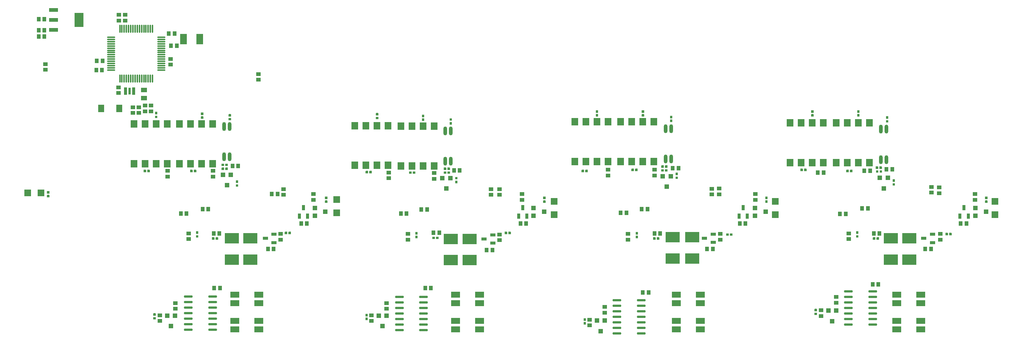
<source format=gtp>
G04*
G04 #@! TF.GenerationSoftware,Altium Limited,Altium Designer,22.1.2 (22)*
G04*
G04 Layer_Color=8421504*
%FSLAX44Y44*%
%MOMM*%
G71*
G04*
G04 #@! TF.SameCoordinates,E8DC7784-5412-4491-ADA6-3D39AB0E1C33*
G04*
G04*
G04 #@! TF.FilePolarity,Positive*
G04*
G01*
G75*
%ADD20O,2.0380X0.5740*%
%ADD21R,1.0000X0.9000*%
%ADD22R,1.1000X1.0000*%
%ADD23R,1.0000X1.1000*%
%ADD24R,0.9000X1.0000*%
%ADD25R,1.6000X1.5000*%
%ADD26R,1.5250X1.7800*%
%ADD27O,0.9000X2.0000*%
%ADD28R,2.0000X1.4000*%
%ADD29R,3.2500X2.3500*%
%ADD30R,1.2500X0.7000*%
%ADD31R,0.7000X1.2500*%
%ADD32R,1.5000X1.6000*%
%ADD33O,2.0000X0.3000*%
%ADD34O,0.3000X2.0000*%
%ADD35R,1.5063X2.3760*%
%ADD36R,1.4700X1.0700*%
%ADD37R,0.6500X1.8000*%
%ADD38R,0.5000X1.6000*%
%ADD39R,1.3500X1.8000*%
%ADD40R,2.1500X0.9000*%
%ADD41R,2.1500X3.2500*%
G36*
X1967390Y701446D02*
Y696440D01*
X1966990Y696040D01*
X1962390D01*
X1961990Y696440D01*
Y701446D01*
X1962390Y701846D01*
X1966990D01*
X1967390Y701446D01*
D02*
G37*
G36*
X1861980D02*
Y696440D01*
X1861580Y696040D01*
X1856980D01*
X1856580Y696440D01*
Y701446D01*
X1856980Y701846D01*
X1861580D01*
X1861980Y701446D01*
D02*
G37*
G36*
X1473360D02*
Y696440D01*
X1472960Y696040D01*
X1468360D01*
X1467960Y696440D01*
Y701446D01*
X1468360Y701846D01*
X1472960D01*
X1473360Y701446D01*
D02*
G37*
G36*
X1367950D02*
Y696440D01*
X1367550Y696040D01*
X1362950D01*
X1362550Y696440D01*
Y701446D01*
X1362950Y701846D01*
X1367550D01*
X1367950Y701446D01*
D02*
G37*
G36*
X357030Y697636D02*
Y692630D01*
X356630Y692230D01*
X352030D01*
X351630Y692630D01*
Y697636D01*
X352030Y698036D01*
X356630D01*
X357030Y697636D01*
D02*
G37*
G36*
X462440Y696366D02*
Y691360D01*
X462040Y690960D01*
X457440D01*
X457040Y691360D01*
Y696366D01*
X457440Y696766D01*
X462040D01*
X462440Y696366D01*
D02*
G37*
G36*
X863760Y695096D02*
Y690090D01*
X863360Y689690D01*
X858760D01*
X858360Y690090D01*
Y695096D01*
X858760Y695496D01*
X863360D01*
X863760Y695096D01*
D02*
G37*
G36*
X1967390Y692940D02*
Y687934D01*
X1966990Y687533D01*
X1962390D01*
X1961990Y687934D01*
Y692940D01*
X1962390Y693340D01*
X1966990D01*
X1967390Y692940D01*
D02*
G37*
G36*
X1861980D02*
Y687934D01*
X1861580Y687533D01*
X1856980D01*
X1856580Y687934D01*
Y692940D01*
X1856980Y693340D01*
X1861580D01*
X1861980Y692940D01*
D02*
G37*
G36*
X1473360D02*
Y687934D01*
X1472960Y687533D01*
X1468360D01*
X1467960Y687934D01*
Y692940D01*
X1468360Y693340D01*
X1472960D01*
X1473360Y692940D01*
D02*
G37*
G36*
X1367950D02*
Y687934D01*
X1367550Y687533D01*
X1362950D01*
X1362550Y687934D01*
Y692940D01*
X1362950Y693340D01*
X1367550D01*
X1367950Y692940D01*
D02*
G37*
G36*
X525940Y692556D02*
Y687550D01*
X525540Y687150D01*
X520940D01*
X520540Y687550D01*
Y692556D01*
X520940Y692956D01*
X525540D01*
X525940Y692556D01*
D02*
G37*
G36*
X969170Y691286D02*
Y686280D01*
X968770Y685880D01*
X964170D01*
X963770Y686280D01*
Y691286D01*
X964170Y691686D01*
X968770D01*
X969170Y691286D01*
D02*
G37*
G36*
X357030Y689130D02*
Y684124D01*
X356630Y683724D01*
X352030D01*
X351630Y684124D01*
Y689130D01*
X352030Y689530D01*
X356630D01*
X357030Y689130D01*
D02*
G37*
G36*
X1538130Y688746D02*
Y683740D01*
X1537730Y683340D01*
X1533130D01*
X1532730Y683740D01*
Y688746D01*
X1533130Y689146D01*
X1537730D01*
X1538130Y688746D01*
D02*
G37*
G36*
X462440Y687860D02*
Y682854D01*
X462040Y682454D01*
X457440D01*
X457040Y682854D01*
Y687860D01*
X457440Y688260D01*
X462040D01*
X462440Y687860D01*
D02*
G37*
G36*
X2033430Y687476D02*
Y682470D01*
X2033030Y682070D01*
X2028430D01*
X2028030Y682470D01*
Y687476D01*
X2028430Y687876D01*
X2033030D01*
X2033430Y687476D01*
D02*
G37*
G36*
X863760Y686590D02*
Y681584D01*
X863360Y681183D01*
X858760D01*
X858360Y681584D01*
Y686590D01*
X858760Y686990D01*
X863360D01*
X863760Y686590D01*
D02*
G37*
G36*
X525940Y684050D02*
Y679044D01*
X525540Y678643D01*
X520940D01*
X520540Y679044D01*
Y684050D01*
X520940Y684450D01*
X525540D01*
X525940Y684050D01*
D02*
G37*
G36*
X1032670Y683148D02*
Y678142D01*
X1032270Y677742D01*
X1027670D01*
X1027270Y678142D01*
Y683148D01*
X1027670Y683548D01*
X1032270D01*
X1032670Y683148D01*
D02*
G37*
G36*
X969170Y682780D02*
Y677774D01*
X968770Y677374D01*
X964170D01*
X963770Y677774D01*
Y682780D01*
X964170Y683180D01*
X968770D01*
X969170Y682780D01*
D02*
G37*
G36*
X1538130Y680240D02*
Y675234D01*
X1537730Y674834D01*
X1533130D01*
X1532730Y675234D01*
Y680240D01*
X1533130Y680640D01*
X1537730D01*
X1538130Y680240D01*
D02*
G37*
G36*
X2033430Y678970D02*
Y673964D01*
X2033030Y673564D01*
X2028430D01*
X2028030Y673964D01*
Y678970D01*
X2028430Y679370D01*
X2033030D01*
X2033430Y678970D01*
D02*
G37*
G36*
X1032670Y674642D02*
Y669635D01*
X1032270Y669235D01*
X1027670D01*
X1027270Y669635D01*
Y674642D01*
X1027670Y675042D01*
X1032270D01*
X1032670Y674642D01*
D02*
G37*
G36*
X518966Y578880D02*
Y574280D01*
X518566Y573880D01*
X513560D01*
X513160Y574280D01*
Y578880D01*
X513560Y579280D01*
X518566D01*
X518966Y578880D01*
D02*
G37*
G36*
X510460D02*
Y574280D01*
X510060Y573880D01*
X505053D01*
X504654Y574280D01*
Y578880D01*
X505053Y579280D01*
X510060D01*
X510460Y578880D01*
D02*
G37*
G36*
X1527376Y575070D02*
Y570470D01*
X1526976Y570070D01*
X1521970D01*
X1521570Y570470D01*
Y575070D01*
X1521970Y575470D01*
X1526976D01*
X1527376Y575070D01*
D02*
G37*
G36*
X1518870D02*
Y570470D01*
X1518470Y570070D01*
X1513463D01*
X1513064Y570470D01*
Y575070D01*
X1513463Y575470D01*
X1518470D01*
X1518870Y575070D01*
D02*
G37*
G36*
X2018866Y572530D02*
Y567930D01*
X2018466Y567530D01*
X2013460D01*
X2013060Y567930D01*
Y572530D01*
X2013460Y572930D01*
X2018466D01*
X2018866Y572530D01*
D02*
G37*
G36*
X2010360D02*
Y567930D01*
X2009960Y567530D01*
X2004953D01*
X2004554Y567930D01*
Y572530D01*
X2004953Y572930D01*
X2009960D01*
X2010360Y572530D01*
D02*
G37*
G36*
X1028266Y569990D02*
Y565390D01*
X1027866Y564990D01*
X1022860D01*
X1022460Y565390D01*
Y569990D01*
X1022860Y570390D01*
X1027866D01*
X1028266Y569990D01*
D02*
G37*
G36*
X1019760D02*
Y565390D01*
X1019360Y564990D01*
X1014353D01*
X1013953Y565390D01*
Y569990D01*
X1014353Y570390D01*
X1019360D01*
X1019760Y569990D01*
D02*
G37*
G36*
X518966D02*
Y565390D01*
X518566Y564990D01*
X513560D01*
X513160Y565390D01*
Y569990D01*
X513560Y570390D01*
X518566D01*
X518966Y569990D01*
D02*
G37*
G36*
X510460D02*
Y565390D01*
X510060Y564990D01*
X505053D01*
X504654Y565390D01*
Y569990D01*
X505053Y570390D01*
X510060D01*
X510460Y569990D01*
D02*
G37*
G36*
X1846116Y567450D02*
Y562850D01*
X1845716Y562450D01*
X1840710D01*
X1840310Y562850D01*
Y567450D01*
X1840710Y567850D01*
X1845716D01*
X1846116Y567450D01*
D02*
G37*
G36*
X1837610D02*
Y562850D01*
X1837210Y562450D01*
X1832204D01*
X1831803Y562850D01*
Y567450D01*
X1832204Y567850D01*
X1837210D01*
X1837610Y567450D01*
D02*
G37*
G36*
X1458766D02*
Y562850D01*
X1458366Y562450D01*
X1453360D01*
X1452960Y562850D01*
Y567450D01*
X1453360Y567850D01*
X1458366D01*
X1458766Y567450D01*
D02*
G37*
G36*
X1450260D02*
Y562850D01*
X1449860Y562450D01*
X1444854D01*
X1444453Y562850D01*
Y567450D01*
X1444854Y567850D01*
X1449860D01*
X1450260Y567450D01*
D02*
G37*
G36*
X1527376Y566180D02*
Y561580D01*
X1526976Y561180D01*
X1521970D01*
X1521570Y561580D01*
Y566180D01*
X1521970Y566580D01*
X1526976D01*
X1527376Y566180D01*
D02*
G37*
G36*
X1518870D02*
Y561580D01*
X1518470Y561180D01*
X1513463D01*
X1513064Y561580D01*
Y566180D01*
X1513463Y566580D01*
X1518470D01*
X1518870Y566180D01*
D02*
G37*
G36*
X1951526Y564910D02*
Y560310D01*
X1951126Y559910D01*
X1946120D01*
X1945720Y560310D01*
Y564910D01*
X1946120Y565310D01*
X1951126D01*
X1951526Y564910D01*
D02*
G37*
G36*
X1943020D02*
Y560310D01*
X1942620Y559910D01*
X1937614D01*
X1937213Y560310D01*
Y564910D01*
X1937614Y565310D01*
X1942620D01*
X1943020Y564910D01*
D02*
G37*
G36*
X1344496D02*
Y560310D01*
X1344096Y559910D01*
X1339090D01*
X1338690Y560310D01*
Y564910D01*
X1339090Y565310D01*
X1344096D01*
X1344496Y564910D01*
D02*
G37*
G36*
X1335990D02*
Y560310D01*
X1335590Y559910D01*
X1330583D01*
X1330184Y560310D01*
Y564910D01*
X1330583Y565310D01*
X1335590D01*
X1335990Y564910D01*
D02*
G37*
G36*
X446576D02*
Y560310D01*
X446176Y559910D01*
X441170D01*
X440770Y560310D01*
Y564910D01*
X441170Y565310D01*
X446176D01*
X446576Y564910D01*
D02*
G37*
G36*
X438070D02*
Y560310D01*
X437670Y559910D01*
X432663D01*
X432263Y560310D01*
Y564910D01*
X432663Y565310D01*
X437670D01*
X438070Y564910D01*
D02*
G37*
G36*
X339896D02*
Y560310D01*
X339496Y559910D01*
X334490D01*
X334090Y560310D01*
Y564910D01*
X334490Y565310D01*
X339496D01*
X339896Y564910D01*
D02*
G37*
G36*
X331390D02*
Y560310D01*
X330990Y559910D01*
X325984D01*
X325583Y560310D01*
Y564910D01*
X325984Y565310D01*
X330990D01*
X331390Y564910D01*
D02*
G37*
G36*
X2019384Y563640D02*
Y559040D01*
X2018985Y558640D01*
X2013978D01*
X2013578Y559040D01*
Y563640D01*
X2013978Y564040D01*
X2018985D01*
X2019384Y563640D01*
D02*
G37*
G36*
X2010878D02*
Y559040D01*
X2010478Y558640D01*
X2005472D01*
X2005072Y559040D01*
Y563640D01*
X2005472Y564040D01*
X2010478D01*
X2010878Y563640D01*
D02*
G37*
G36*
X849166Y562370D02*
Y557770D01*
X848766Y557370D01*
X843760D01*
X843360Y557770D01*
Y562370D01*
X843760Y562770D01*
X848766D01*
X849166Y562370D01*
D02*
G37*
G36*
X840660D02*
Y557770D01*
X840260Y557370D01*
X835254D01*
X834854Y557770D01*
Y562370D01*
X835254Y562770D01*
X840260D01*
X840660Y562370D01*
D02*
G37*
G36*
X1028266Y561100D02*
Y556500D01*
X1027866Y556100D01*
X1022860D01*
X1022460Y556500D01*
Y561100D01*
X1022860Y561500D01*
X1027866D01*
X1028266Y561100D01*
D02*
G37*
G36*
X1019760D02*
Y556500D01*
X1019360Y556100D01*
X1014353D01*
X1013953Y556500D01*
Y561100D01*
X1014353Y561500D01*
X1019360D01*
X1019760Y561100D01*
D02*
G37*
G36*
X948745D02*
Y556500D01*
X948344Y556100D01*
X943338D01*
X942938Y556500D01*
Y561100D01*
X943338Y561500D01*
X948344D01*
X948745Y561100D01*
D02*
G37*
G36*
X940238D02*
Y556500D01*
X939838Y556100D01*
X934832D01*
X934432Y556500D01*
Y561100D01*
X934832Y561500D01*
X939838D01*
X940238Y561100D01*
D02*
G37*
G36*
X1550860Y557936D02*
Y552930D01*
X1550460Y552530D01*
X1545860D01*
X1545460Y552930D01*
Y557936D01*
X1545860Y558336D01*
X1550460D01*
X1550860Y557936D01*
D02*
G37*
G36*
Y549430D02*
Y544424D01*
X1550460Y544024D01*
X1545860D01*
X1545460Y544424D01*
Y549430D01*
X1545860Y549830D01*
X1550460D01*
X1550860Y549430D01*
D02*
G37*
G36*
X1045400Y548528D02*
Y543522D01*
X1045000Y543122D01*
X1040400D01*
X1040000Y543522D01*
Y548528D01*
X1040400Y548928D01*
X1045000D01*
X1045400Y548528D01*
D02*
G37*
G36*
X2048700Y542696D02*
Y537690D01*
X2048300Y537290D01*
X2043700D01*
X2043300Y537690D01*
Y542696D01*
X2043700Y543096D01*
X2048300D01*
X2048700Y542696D01*
D02*
G37*
G36*
X542450Y540156D02*
Y535150D01*
X542050Y534750D01*
X537450D01*
X537050Y535150D01*
Y540156D01*
X537450Y540556D01*
X542050D01*
X542450Y540156D01*
D02*
G37*
G36*
X1045400Y540022D02*
Y535015D01*
X1045000Y534615D01*
X1040400D01*
X1040000Y535015D01*
Y540022D01*
X1040400Y540422D01*
X1045000D01*
X1045400Y540022D01*
D02*
G37*
G36*
X2048700Y534190D02*
Y529184D01*
X2048300Y528783D01*
X2043700D01*
X2043300Y529184D01*
Y534190D01*
X2043700Y534590D01*
X2048300D01*
X2048700Y534190D01*
D02*
G37*
G36*
X542450Y531650D02*
Y526644D01*
X542050Y526244D01*
X537450D01*
X537050Y526644D01*
Y531650D01*
X537450Y532050D01*
X542050D01*
X542450Y531650D01*
D02*
G37*
G36*
X109380Y516026D02*
Y511020D01*
X108980Y510620D01*
X104380D01*
X103980Y511020D01*
Y516026D01*
X104380Y516426D01*
X108980D01*
X109380Y516026D01*
D02*
G37*
G36*
Y507520D02*
Y502514D01*
X108980Y502113D01*
X104380D01*
X103980Y502514D01*
Y507520D01*
X104380Y507920D01*
X108980D01*
X109380Y507520D01*
D02*
G37*
G36*
X2260760Y503326D02*
Y498320D01*
X2260360Y497920D01*
X2255760D01*
X2255360Y498320D01*
Y503326D01*
X2255760Y503726D01*
X2260360D01*
X2260760Y503326D01*
D02*
G37*
G36*
X1756570D02*
Y498320D01*
X1756170Y497920D01*
X1751570D01*
X1751170Y498320D01*
Y503326D01*
X1751570Y503726D01*
X1756170D01*
X1756570Y503326D01*
D02*
G37*
G36*
X1247300D02*
Y498320D01*
X1246900Y497920D01*
X1242300D01*
X1241900Y498320D01*
Y503326D01*
X1242300Y503726D01*
X1246900D01*
X1247300Y503326D01*
D02*
G37*
G36*
X746920D02*
Y498320D01*
X746520Y497920D01*
X741920D01*
X741520Y498320D01*
Y503326D01*
X741920Y503726D01*
X746520D01*
X746920Y503326D01*
D02*
G37*
G36*
X2260760Y494820D02*
Y489814D01*
X2260360Y489414D01*
X2255760D01*
X2255360Y489814D01*
Y494820D01*
X2255760Y495220D01*
X2260360D01*
X2260760Y494820D01*
D02*
G37*
G36*
X1756570D02*
Y489814D01*
X1756170Y489414D01*
X1751570D01*
X1751170Y489814D01*
Y494820D01*
X1751570Y495220D01*
X1756170D01*
X1756570Y494820D01*
D02*
G37*
G36*
X1247300D02*
Y489814D01*
X1246900Y489414D01*
X1242300D01*
X1241900Y489814D01*
Y494820D01*
X1242300Y495220D01*
X1246900D01*
X1247300Y494820D01*
D02*
G37*
G36*
X746920D02*
Y489814D01*
X746520Y489414D01*
X741920D01*
X741520Y489814D01*
Y494820D01*
X741920Y495220D01*
X746520D01*
X746920Y494820D01*
D02*
G37*
G36*
X1964850Y423316D02*
Y418310D01*
X1964450Y417910D01*
X1959850D01*
X1959450Y418310D01*
Y423316D01*
X1959850Y423717D01*
X1964450D01*
X1964850Y423316D01*
D02*
G37*
G36*
X451010D02*
Y418310D01*
X450610Y417910D01*
X446010D01*
X445610Y418310D01*
Y423316D01*
X446010Y423717D01*
X450610D01*
X451010Y423316D01*
D02*
G37*
G36*
X1167966Y422670D02*
Y418070D01*
X1167566Y417670D01*
X1162560D01*
X1162160Y418070D01*
Y422670D01*
X1162560Y423070D01*
X1167566D01*
X1167966Y422670D01*
D02*
G37*
G36*
X1159460D02*
Y418070D01*
X1159060Y417670D01*
X1154053D01*
X1153653Y418070D01*
Y422670D01*
X1154053Y423070D01*
X1159060D01*
X1159460Y422670D01*
D02*
G37*
G36*
X663746D02*
Y418070D01*
X663346Y417670D01*
X658340D01*
X657940Y418070D01*
Y422670D01*
X658340Y423070D01*
X663346D01*
X663746Y422670D01*
D02*
G37*
G36*
X655240D02*
Y418070D01*
X654840Y417670D01*
X649834D01*
X649434Y418070D01*
Y422670D01*
X649834Y423070D01*
X654840D01*
X655240Y422670D01*
D02*
G37*
G36*
X1459390Y422046D02*
Y417040D01*
X1458990Y416640D01*
X1454390D01*
X1453990Y417040D01*
Y422046D01*
X1454390Y422446D01*
X1458990D01*
X1459390Y422046D01*
D02*
G37*
G36*
X953930D02*
Y417040D01*
X953530Y416640D01*
X948930D01*
X948530Y417040D01*
Y422046D01*
X948930Y422446D01*
X953530D01*
X953930Y422046D01*
D02*
G37*
G36*
X2178886Y420130D02*
Y415530D01*
X2178486Y415130D01*
X2173480D01*
X2173080Y415530D01*
Y420130D01*
X2173480Y420530D01*
X2178486D01*
X2178886Y420130D01*
D02*
G37*
G36*
X2170380D02*
Y415530D01*
X2169980Y415130D01*
X2164973D01*
X2164574Y415530D01*
Y420130D01*
X2164973Y420530D01*
X2169980D01*
X2170380Y420130D01*
D02*
G37*
G36*
X1675936Y418860D02*
Y414260D01*
X1675536Y413860D01*
X1670530D01*
X1670130Y414260D01*
Y418860D01*
X1670530Y419260D01*
X1675536D01*
X1675936Y418860D01*
D02*
G37*
G36*
X1667430D02*
Y414260D01*
X1667030Y413860D01*
X1662023D01*
X1661624Y414260D01*
Y418860D01*
X1662023Y419260D01*
X1667030D01*
X1667430Y418860D01*
D02*
G37*
G36*
X1964850Y414810D02*
Y409804D01*
X1964450Y409403D01*
X1959850D01*
X1959450Y409804D01*
Y414810D01*
X1959850Y415210D01*
X1964450D01*
X1964850Y414810D01*
D02*
G37*
G36*
X451010D02*
Y409804D01*
X450610Y409403D01*
X446010D01*
X445610Y409804D01*
Y414810D01*
X446010Y415210D01*
X450610D01*
X451010Y414810D01*
D02*
G37*
G36*
X1459390Y413540D02*
Y408534D01*
X1458990Y408134D01*
X1454390D01*
X1453990Y408534D01*
Y413540D01*
X1454390Y413940D01*
X1458990D01*
X1459390Y413540D01*
D02*
G37*
G36*
X953930D02*
Y408534D01*
X953530Y408134D01*
X948930D01*
X948530Y408534D01*
Y413540D01*
X948930Y413940D01*
X953530D01*
X953930Y413540D01*
D02*
G37*
G36*
X1002318Y411240D02*
Y406640D01*
X1001918Y406240D01*
X996912D01*
X996512Y406640D01*
Y411240D01*
X996912Y411640D01*
X1001918D01*
X1002318Y411240D01*
D02*
G37*
G36*
X993812D02*
Y406640D01*
X993412Y406240D01*
X988405D01*
X988005Y406640D01*
Y411240D01*
X988405Y411640D01*
X993412D01*
X993812Y411240D01*
D02*
G37*
G36*
X2012486Y409970D02*
Y405370D01*
X2012086Y404970D01*
X2007080D01*
X2006680Y405370D01*
Y409970D01*
X2007080Y410370D01*
X2012086D01*
X2012486Y409970D01*
D02*
G37*
G36*
X2003980D02*
Y405370D01*
X2003580Y404970D01*
X1998573D01*
X1998174Y405370D01*
Y409970D01*
X1998573Y410370D01*
X2003580D01*
X2003980Y409970D01*
D02*
G37*
G36*
X1508296D02*
Y405370D01*
X1507896Y404970D01*
X1502890D01*
X1502490Y405370D01*
Y409970D01*
X1502890Y410370D01*
X1507896D01*
X1508296Y409970D01*
D02*
G37*
G36*
X1499790D02*
Y405370D01*
X1499390Y404970D01*
X1494384D01*
X1493983Y405370D01*
Y409970D01*
X1494384Y410370D01*
X1499390D01*
X1499790Y409970D01*
D02*
G37*
G36*
X496625D02*
Y405370D01*
X496225Y404970D01*
X491218D01*
X490818Y405370D01*
Y409970D01*
X491218Y410370D01*
X496225D01*
X496625Y409970D01*
D02*
G37*
G36*
X488118D02*
Y405370D01*
X487718Y404970D01*
X482712D01*
X482312Y405370D01*
Y409970D01*
X482712Y410370D01*
X487718D01*
X488118Y409970D01*
D02*
G37*
G36*
X1869630Y245516D02*
Y240510D01*
X1869230Y240110D01*
X1864630D01*
X1864230Y240510D01*
Y245516D01*
X1864630Y245916D01*
X1869230D01*
X1869630Y245516D01*
D02*
G37*
G36*
Y237010D02*
Y232004D01*
X1869230Y231604D01*
X1864630D01*
X1864230Y232004D01*
Y237010D01*
X1864630Y237410D01*
X1869230D01*
X1869630Y237010D01*
D02*
G37*
G36*
X353220Y235356D02*
Y230350D01*
X352820Y229950D01*
X348220D01*
X347820Y230350D01*
Y235356D01*
X348220Y235756D01*
X352820D01*
X353220Y235356D01*
D02*
G37*
G36*
X839660Y234086D02*
Y229080D01*
X839260Y228680D01*
X834660D01*
X834260Y229080D01*
Y234086D01*
X834660Y234486D01*
X839260D01*
X839660Y234086D01*
D02*
G37*
G36*
X353220Y226850D02*
Y221844D01*
X352820Y221444D01*
X348220D01*
X347820Y221844D01*
Y226850D01*
X348220Y227250D01*
X352820D01*
X353220Y226850D01*
D02*
G37*
G36*
X839660Y225580D02*
Y220574D01*
X839260Y220173D01*
X834660D01*
X834260Y220574D01*
Y225580D01*
X834660Y225980D01*
X839260D01*
X839660Y225580D01*
D02*
G37*
G36*
X1340010Y223926D02*
Y218920D01*
X1339610Y218520D01*
X1335010D01*
X1334610Y218920D01*
Y223926D01*
X1335010Y224326D01*
X1339610D01*
X1340010Y223926D01*
D02*
G37*
G36*
Y215420D02*
Y210414D01*
X1339610Y210014D01*
X1335010D01*
X1334610Y210414D01*
Y215420D01*
X1335010Y215820D01*
X1339610D01*
X1340010Y215420D01*
D02*
G37*
D20*
X1997461Y209550D02*
D03*
Y222250D02*
D03*
Y234950D02*
D03*
Y247650D02*
D03*
Y260350D02*
D03*
Y273050D02*
D03*
Y285750D02*
D03*
X1942079Y209550D02*
D03*
Y222250D02*
D03*
Y234950D02*
D03*
Y247650D02*
D03*
Y260350D02*
D03*
Y273050D02*
D03*
Y285750D02*
D03*
X1466601Y189230D02*
D03*
Y201930D02*
D03*
Y214630D02*
D03*
Y227330D02*
D03*
Y240030D02*
D03*
Y252730D02*
D03*
Y265430D02*
D03*
X1411219Y189230D02*
D03*
Y201930D02*
D03*
Y214630D02*
D03*
Y227330D02*
D03*
Y240030D02*
D03*
Y252730D02*
D03*
Y265430D02*
D03*
X967491Y196850D02*
D03*
Y209550D02*
D03*
Y222250D02*
D03*
Y234950D02*
D03*
Y247650D02*
D03*
Y260350D02*
D03*
Y273050D02*
D03*
X912109Y196850D02*
D03*
Y209550D02*
D03*
Y222250D02*
D03*
Y234950D02*
D03*
Y247650D02*
D03*
Y260350D02*
D03*
Y273050D02*
D03*
X428239Y274320D02*
D03*
Y261620D02*
D03*
Y248920D02*
D03*
Y236220D02*
D03*
Y223520D02*
D03*
Y210820D02*
D03*
Y198120D02*
D03*
X483621Y274320D02*
D03*
Y261620D02*
D03*
Y248920D02*
D03*
Y236220D02*
D03*
Y223520D02*
D03*
Y210820D02*
D03*
Y198120D02*
D03*
D21*
X932180Y404980D02*
D03*
Y417980D02*
D03*
X1436370Y404980D02*
D03*
Y417980D02*
D03*
X1879630Y229720D02*
D03*
Y242720D02*
D03*
X1943100Y406250D02*
D03*
Y419250D02*
D03*
X2152680Y404980D02*
D03*
Y417980D02*
D03*
X2232660Y509420D02*
D03*
Y496420D02*
D03*
X2150140Y524660D02*
D03*
Y511660D02*
D03*
X2132360Y525930D02*
D03*
Y512930D02*
D03*
X646460Y520850D02*
D03*
Y507850D02*
D03*
X1141760Y520850D02*
D03*
Y507850D02*
D03*
X1122680Y520850D02*
D03*
Y507850D02*
D03*
X1645950Y522120D02*
D03*
Y509120D02*
D03*
X1628396Y521750D02*
D03*
Y508750D02*
D03*
X1390650Y552300D02*
D03*
Y565300D02*
D03*
X1497330Y552300D02*
D03*
Y565300D02*
D03*
X1648490Y404980D02*
D03*
Y417980D02*
D03*
X1383030Y237340D02*
D03*
Y250340D02*
D03*
X1348740Y208130D02*
D03*
Y221130D02*
D03*
X1141760Y403710D02*
D03*
Y416710D02*
D03*
X882650Y246230D02*
D03*
Y259230D02*
D03*
X848390Y218290D02*
D03*
Y231290D02*
D03*
X381000Y549760D02*
D03*
Y562760D02*
D03*
X485140Y549610D02*
D03*
Y562610D02*
D03*
X429260Y406250D02*
D03*
Y419250D02*
D03*
X398780Y246230D02*
D03*
Y259230D02*
D03*
X363220Y218290D02*
D03*
Y231290D02*
D03*
X715010Y509420D02*
D03*
Y496420D02*
D03*
X887730Y545800D02*
D03*
Y558800D02*
D03*
X991870Y544680D02*
D03*
Y557680D02*
D03*
X589280Y772010D02*
D03*
Y785010D02*
D03*
X283210Y920900D02*
D03*
Y907900D02*
D03*
X269240Y920900D02*
D03*
Y907900D02*
D03*
X328930Y699620D02*
D03*
Y712620D02*
D03*
X387380Y819450D02*
D03*
Y806450D02*
D03*
X314960Y695660D02*
D03*
Y708660D02*
D03*
X300990Y708810D02*
D03*
Y695810D02*
D03*
X267970Y741530D02*
D03*
Y754530D02*
D03*
X342900Y699470D02*
D03*
Y712470D02*
D03*
X100330Y807870D02*
D03*
Y794870D02*
D03*
X640080Y417980D02*
D03*
Y404980D02*
D03*
X1193800Y496420D02*
D03*
Y509420D02*
D03*
X1728470Y496420D02*
D03*
Y509420D02*
D03*
X1913890Y273200D02*
D03*
Y260200D02*
D03*
D22*
X1914000Y241870D02*
D03*
X1896000D02*
D03*
X1905000Y217870D02*
D03*
X2032140Y546670D02*
D03*
X2014140D02*
D03*
X2023140Y522670D02*
D03*
X1374140Y195010D02*
D03*
X1365140Y219010D02*
D03*
X1383140D02*
D03*
X1525300Y526480D02*
D03*
X1516300Y550480D02*
D03*
X1534300D02*
D03*
X882760Y230440D02*
D03*
X864760D02*
D03*
X873760Y206440D02*
D03*
X1028950Y546100D02*
D03*
X1010950D02*
D03*
X1019950Y522100D02*
D03*
X388620Y206440D02*
D03*
X379620Y230440D02*
D03*
X397620D02*
D03*
X516780Y529720D02*
D03*
X507780Y553720D02*
D03*
X525780D02*
D03*
D23*
X2257360Y468630D02*
D03*
X2233360Y459630D02*
D03*
Y477630D02*
D03*
X1727900D02*
D03*
Y459630D02*
D03*
X1751900Y468630D02*
D03*
X1243900D02*
D03*
X1219900Y459630D02*
D03*
Y477630D02*
D03*
X718250D02*
D03*
Y459630D02*
D03*
X742250Y468630D02*
D03*
D24*
X1871860Y558800D02*
D03*
X1884860D02*
D03*
X1510180Y419100D02*
D03*
X1497180D02*
D03*
X2013100D02*
D03*
X2000100D02*
D03*
X2118240Y383540D02*
D03*
X2131240D02*
D03*
X2199490Y441960D02*
D03*
X2212490D02*
D03*
X2042310Y566420D02*
D03*
X2029310D02*
D03*
X1922660Y463550D02*
D03*
X1935660D02*
D03*
X1973460Y476250D02*
D03*
X1986460D02*
D03*
X1978540Y562610D02*
D03*
X1991540D02*
D03*
X619610Y509270D02*
D03*
X632610D02*
D03*
X1419740Y466090D02*
D03*
X1432740D02*
D03*
X1468000Y474980D02*
D03*
X1481000D02*
D03*
X1705760Y441960D02*
D03*
X1692760D02*
D03*
X1617860Y383540D02*
D03*
X1630860D02*
D03*
X1483510Y283210D02*
D03*
X1470510D02*
D03*
X1202840Y441960D02*
D03*
X1189840D02*
D03*
X1112400Y381000D02*
D03*
X1125400D02*
D03*
X984400Y293370D02*
D03*
X971400D02*
D03*
X1003450Y420370D02*
D03*
X990450D02*
D03*
X542440Y574040D02*
D03*
X529440D02*
D03*
X473860Y474980D02*
D03*
X460860D02*
D03*
X699920Y441960D02*
D03*
X686920D02*
D03*
X610750Y383540D02*
D03*
X623750D02*
D03*
X499260Y419100D02*
D03*
X486260D02*
D03*
X500530Y293370D02*
D03*
X487530D02*
D03*
X915550Y464820D02*
D03*
X928550D02*
D03*
X962690Y473710D02*
D03*
X975690D02*
D03*
X1050440Y563880D02*
D03*
X1037440D02*
D03*
X396390Y877570D02*
D03*
X383390D02*
D03*
X388470Y849630D02*
D03*
X401470D02*
D03*
X231290Y815340D02*
D03*
X218290D02*
D03*
X217020Y793750D02*
D03*
X230020D02*
D03*
X84940Y910590D02*
D03*
X97940D02*
D03*
X84940Y885190D02*
D03*
X97940D02*
D03*
X84940Y871220D02*
D03*
X97940D02*
D03*
X424180Y464820D02*
D03*
X411180D02*
D03*
X1539120Y568960D02*
D03*
X1552120D02*
D03*
X1997590Y302260D02*
D03*
X2010590D02*
D03*
D25*
X1774190Y462280D02*
D03*
Y492760D02*
D03*
X2278380Y462280D02*
D03*
Y492760D02*
D03*
X768350Y466090D02*
D03*
Y496570D02*
D03*
X1267460Y462280D02*
D03*
Y492760D02*
D03*
D26*
X1990090Y672831D02*
D03*
X1964690D02*
D03*
X1939290D02*
D03*
X1913890D02*
D03*
X1990090Y581929D02*
D03*
X1964690D02*
D03*
X1939290D02*
D03*
X1913890D02*
D03*
X1808480D02*
D03*
X1833880D02*
D03*
X1859280D02*
D03*
X1884680D02*
D03*
X1808480Y672831D02*
D03*
X1833880D02*
D03*
X1859280D02*
D03*
X1884680D02*
D03*
X1496060Y675371D02*
D03*
X1470660D02*
D03*
X1445260D02*
D03*
X1419860D02*
D03*
X1496060Y584469D02*
D03*
X1470660D02*
D03*
X1445260D02*
D03*
X1419860D02*
D03*
X991870Y665211D02*
D03*
X966470D02*
D03*
X941070D02*
D03*
X915670D02*
D03*
X991870Y574309D02*
D03*
X966470D02*
D03*
X941070D02*
D03*
X915670D02*
D03*
X886460Y666481D02*
D03*
X861060D02*
D03*
X835660D02*
D03*
X810260D02*
D03*
X886460Y575579D02*
D03*
X861060D02*
D03*
X835660D02*
D03*
X810260D02*
D03*
X483870Y670291D02*
D03*
X458470D02*
D03*
X433070D02*
D03*
X407670D02*
D03*
X483870Y579389D02*
D03*
X458470D02*
D03*
X433070D02*
D03*
X407670D02*
D03*
X379730Y670291D02*
D03*
X354330D02*
D03*
X328930D02*
D03*
X303530D02*
D03*
X379730Y579389D02*
D03*
X354330D02*
D03*
X328930D02*
D03*
X303530D02*
D03*
X1314450Y584469D02*
D03*
X1339850D02*
D03*
X1365250D02*
D03*
X1390650D02*
D03*
X1314450Y675371D02*
D03*
X1339850D02*
D03*
X1365250D02*
D03*
X1390650D02*
D03*
D27*
X1535430Y589840D02*
D03*
X1522730D02*
D03*
Y659840D02*
D03*
X1535430D02*
D03*
X1029970Y584760D02*
D03*
X1017270D02*
D03*
Y654760D02*
D03*
X1029970D02*
D03*
X523240Y594920D02*
D03*
X510540D02*
D03*
Y664920D02*
D03*
X523240D02*
D03*
X2029460Y658570D02*
D03*
X2016760D02*
D03*
Y588570D02*
D03*
X2029460D02*
D03*
D28*
X2052760Y278760D02*
D03*
Y258760D02*
D03*
Y218760D02*
D03*
Y198760D02*
D03*
X2107759D02*
D03*
Y218760D02*
D03*
Y258760D02*
D03*
Y278760D02*
D03*
X1602299D02*
D03*
Y258760D02*
D03*
Y218760D02*
D03*
Y198760D02*
D03*
X1547300D02*
D03*
Y218760D02*
D03*
Y258760D02*
D03*
Y278760D02*
D03*
X1041400D02*
D03*
Y258760D02*
D03*
Y218760D02*
D03*
Y198760D02*
D03*
X1096399D02*
D03*
Y218760D02*
D03*
Y258760D02*
D03*
Y278760D02*
D03*
X590109D02*
D03*
Y258760D02*
D03*
Y218760D02*
D03*
Y198760D02*
D03*
X535110D02*
D03*
Y218760D02*
D03*
Y258760D02*
D03*
Y278760D02*
D03*
D29*
X2039620Y407790D02*
D03*
Y359290D02*
D03*
X2081530Y407790D02*
D03*
Y359290D02*
D03*
X1583690Y410330D02*
D03*
Y361830D02*
D03*
X1539240Y410330D02*
D03*
Y361830D02*
D03*
X1073150Y406520D02*
D03*
Y358020D02*
D03*
X1029970Y406520D02*
D03*
Y358020D02*
D03*
X570230Y407790D02*
D03*
Y359290D02*
D03*
X528320Y407790D02*
D03*
Y359290D02*
D03*
D30*
X2114740Y407670D02*
D03*
X2134740Y417170D02*
D03*
Y398170D02*
D03*
X1106330Y406400D02*
D03*
X1126330Y415900D02*
D03*
Y396900D02*
D03*
X604680Y407670D02*
D03*
X624680Y417170D02*
D03*
Y398170D02*
D03*
X1631980Y398780D02*
D03*
Y417779D02*
D03*
X1611980Y408280D02*
D03*
D31*
X2197760Y458630D02*
D03*
X2216760D02*
D03*
X2207260Y478629D02*
D03*
X1185570Y458630D02*
D03*
X1204570D02*
D03*
X1195070Y478629D02*
D03*
X682650Y458630D02*
D03*
X701650D02*
D03*
X692150Y478629D02*
D03*
X1700530D02*
D03*
X1710030Y458630D02*
D03*
X1691030D02*
D03*
D32*
X59690Y511810D02*
D03*
X90170D02*
D03*
D33*
X251111Y794349D02*
D03*
Y799351D02*
D03*
Y804349D02*
D03*
Y809351D02*
D03*
Y814349D02*
D03*
Y819351D02*
D03*
Y824349D02*
D03*
Y829351D02*
D03*
Y834349D02*
D03*
Y839351D02*
D03*
Y844349D02*
D03*
Y849351D02*
D03*
Y854349D02*
D03*
Y859351D02*
D03*
Y864349D02*
D03*
Y869351D02*
D03*
X366109D02*
D03*
Y864349D02*
D03*
Y859351D02*
D03*
Y854349D02*
D03*
Y849351D02*
D03*
Y844349D02*
D03*
Y839351D02*
D03*
Y834349D02*
D03*
Y829351D02*
D03*
Y824349D02*
D03*
Y819351D02*
D03*
Y814349D02*
D03*
Y809351D02*
D03*
Y804349D02*
D03*
Y799351D02*
D03*
Y794349D02*
D03*
D34*
X271109Y889349D02*
D03*
X276111D02*
D03*
X281109D02*
D03*
X286111D02*
D03*
X291109D02*
D03*
X296111D02*
D03*
X301109D02*
D03*
X306111D02*
D03*
X311109D02*
D03*
X316111D02*
D03*
X321109D02*
D03*
X326110D02*
D03*
X331109D02*
D03*
X336110D02*
D03*
X341109D02*
D03*
X346110D02*
D03*
Y774351D02*
D03*
X341109D02*
D03*
X336110D02*
D03*
X331109D02*
D03*
X326110D02*
D03*
X321109D02*
D03*
X316111D02*
D03*
X311109D02*
D03*
X306111D02*
D03*
X301109D02*
D03*
X296111D02*
D03*
X291109D02*
D03*
X286111D02*
D03*
X281109D02*
D03*
X276111D02*
D03*
X271109D02*
D03*
D35*
X417005Y864870D02*
D03*
X454216D02*
D03*
D36*
X326390Y748340D02*
D03*
Y729940D02*
D03*
D37*
X283870Y745490D02*
D03*
X302870D02*
D03*
D38*
X293370D02*
D03*
D39*
X228170Y706120D02*
D03*
X269670D02*
D03*
D40*
X119290Y932220D02*
D03*
Y909320D02*
D03*
Y886420D02*
D03*
D41*
X177890Y909320D02*
D03*
M02*

</source>
